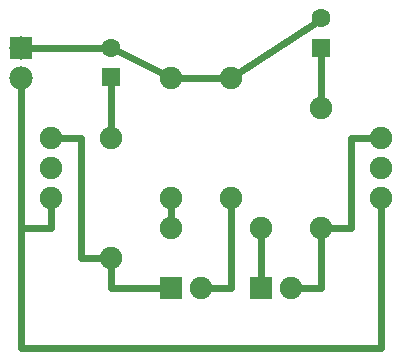
<source format=gtl>
G04 MADE WITH FRITZING*
G04 WWW.FRITZING.ORG*
G04 DOUBLE SIDED*
G04 HOLES PLATED*
G04 CONTOUR ON CENTER OF CONTOUR VECTOR*
%ASAXBY*%
%FSLAX23Y23*%
%MOIN*%
%OFA0B0*%
%SFA1.0B1.0*%
%ADD10C,0.062992*%
%ADD11C,0.075000*%
%ADD12C,0.078000*%
%ADD13R,0.062992X0.062992*%
%ADD14R,0.075000X0.075000*%
%ADD15R,0.078000X0.078000*%
%ADD16C,0.024000*%
%LNCOPPER1*%
G90*
G70*
G54D10*
X422Y1924D03*
X422Y2022D03*
X1122Y2022D03*
X1122Y2121D03*
G54D11*
X422Y1722D03*
X422Y1322D03*
X622Y1922D03*
X622Y1522D03*
X822Y1922D03*
X822Y1522D03*
X1122Y1822D03*
X1122Y1422D03*
X622Y1222D03*
X722Y1222D03*
X922Y1222D03*
X1022Y1222D03*
G54D12*
X122Y2022D03*
X122Y1922D03*
G54D11*
X222Y1722D03*
X222Y1622D03*
X222Y1522D03*
X1322Y1522D03*
X1322Y1622D03*
X1322Y1722D03*
X622Y1422D03*
X922Y1422D03*
G54D13*
X422Y1924D03*
X1122Y2022D03*
G54D14*
X622Y1222D03*
X922Y1222D03*
G54D15*
X122Y2022D03*
G54D16*
X395Y2022D02*
X152Y2022D01*
D02*
X597Y1935D02*
X446Y2010D01*
D02*
X794Y1922D02*
X651Y1922D01*
D02*
X1100Y2106D02*
X846Y1938D01*
D02*
X422Y1751D02*
X422Y1897D01*
D02*
X1122Y1851D02*
X1122Y1995D01*
D02*
X251Y1722D02*
X322Y1722D01*
D02*
X322Y1722D02*
X322Y1322D01*
D02*
X322Y1322D02*
X394Y1322D01*
D02*
X1222Y1422D02*
X1151Y1422D01*
D02*
X1222Y1722D02*
X1222Y1422D01*
D02*
X1294Y1722D02*
X1222Y1722D01*
D02*
X222Y1422D02*
X222Y1494D01*
D02*
X122Y1422D02*
X222Y1422D01*
D02*
X122Y1892D02*
X122Y1422D01*
D02*
X1322Y1022D02*
X1322Y1494D01*
D02*
X122Y1022D02*
X1322Y1022D01*
D02*
X122Y1422D02*
X122Y1022D01*
D02*
X422Y1294D02*
X422Y1222D01*
D02*
X422Y1222D02*
X594Y1222D01*
D02*
X1122Y1222D02*
X1051Y1222D01*
D02*
X1122Y1394D02*
X1122Y1222D01*
D02*
X622Y1451D02*
X622Y1494D01*
D02*
X922Y1251D02*
X922Y1394D01*
D02*
X822Y1494D02*
X822Y1222D01*
D02*
X822Y1222D02*
X751Y1222D01*
G04 End of Copper1*
M02*
</source>
